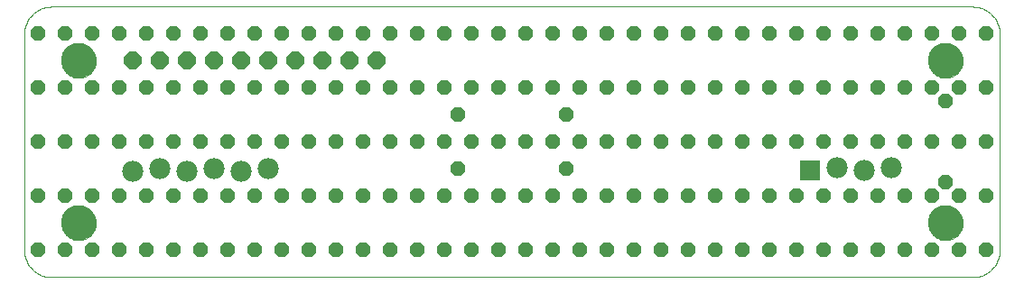
<source format=gts>
G75*
G70*
%OFA0B0*%
%FSLAX24Y24*%
%IPPOS*%
%LPD*%
%AMOC8*
5,1,8,0,0,1.08239X$1,22.5*
%
%ADD10C,0.0000*%
%ADD11C,0.1300*%
%ADD12OC8,0.0560*%
%ADD13OC8,0.0640*%
%ADD14R,0.0780X0.0780*%
%ADD15C,0.0780*%
D10*
X001811Y000100D02*
X035811Y000100D01*
X035871Y000102D01*
X035932Y000107D01*
X035991Y000116D01*
X036050Y000129D01*
X036109Y000145D01*
X036166Y000165D01*
X036221Y000188D01*
X036276Y000215D01*
X036328Y000244D01*
X036379Y000277D01*
X036428Y000313D01*
X036474Y000351D01*
X036518Y000393D01*
X036560Y000437D01*
X036598Y000483D01*
X036634Y000532D01*
X036667Y000583D01*
X036696Y000635D01*
X036723Y000690D01*
X036746Y000745D01*
X036766Y000802D01*
X036782Y000861D01*
X036795Y000920D01*
X036804Y000979D01*
X036809Y001040D01*
X036811Y001100D01*
X036811Y009100D01*
X036809Y009160D01*
X036804Y009221D01*
X036795Y009280D01*
X036782Y009339D01*
X036766Y009398D01*
X036746Y009455D01*
X036723Y009510D01*
X036696Y009565D01*
X036667Y009617D01*
X036634Y009668D01*
X036598Y009717D01*
X036560Y009763D01*
X036518Y009807D01*
X036474Y009849D01*
X036428Y009887D01*
X036379Y009923D01*
X036328Y009956D01*
X036276Y009985D01*
X036221Y010012D01*
X036166Y010035D01*
X036109Y010055D01*
X036050Y010071D01*
X035991Y010084D01*
X035932Y010093D01*
X035871Y010098D01*
X035811Y010100D01*
X001811Y010100D01*
X001751Y010098D01*
X001690Y010093D01*
X001631Y010084D01*
X001572Y010071D01*
X001513Y010055D01*
X001456Y010035D01*
X001401Y010012D01*
X001346Y009985D01*
X001294Y009956D01*
X001243Y009923D01*
X001194Y009887D01*
X001148Y009849D01*
X001104Y009807D01*
X001062Y009763D01*
X001024Y009717D01*
X000988Y009668D01*
X000955Y009617D01*
X000926Y009565D01*
X000899Y009510D01*
X000876Y009455D01*
X000856Y009398D01*
X000840Y009339D01*
X000827Y009280D01*
X000818Y009221D01*
X000813Y009160D01*
X000811Y009100D01*
X000811Y001100D01*
X000813Y001040D01*
X000818Y000979D01*
X000827Y000920D01*
X000840Y000861D01*
X000856Y000802D01*
X000876Y000745D01*
X000899Y000690D01*
X000926Y000635D01*
X000955Y000583D01*
X000988Y000532D01*
X001024Y000483D01*
X001062Y000437D01*
X001104Y000393D01*
X001148Y000351D01*
X001194Y000313D01*
X001243Y000277D01*
X001294Y000244D01*
X001346Y000215D01*
X001401Y000188D01*
X001456Y000165D01*
X001513Y000145D01*
X001572Y000129D01*
X001631Y000116D01*
X001690Y000107D01*
X001751Y000102D01*
X001811Y000100D01*
X002181Y002100D02*
X002183Y002150D01*
X002189Y002200D01*
X002199Y002249D01*
X002213Y002297D01*
X002230Y002344D01*
X002251Y002389D01*
X002276Y002433D01*
X002304Y002474D01*
X002336Y002513D01*
X002370Y002550D01*
X002407Y002584D01*
X002447Y002614D01*
X002489Y002641D01*
X002533Y002665D01*
X002579Y002686D01*
X002626Y002702D01*
X002674Y002715D01*
X002724Y002724D01*
X002773Y002729D01*
X002824Y002730D01*
X002874Y002727D01*
X002923Y002720D01*
X002972Y002709D01*
X003020Y002694D01*
X003066Y002676D01*
X003111Y002654D01*
X003154Y002628D01*
X003195Y002599D01*
X003234Y002567D01*
X003270Y002532D01*
X003302Y002494D01*
X003332Y002454D01*
X003359Y002411D01*
X003382Y002367D01*
X003401Y002321D01*
X003417Y002273D01*
X003429Y002224D01*
X003437Y002175D01*
X003441Y002125D01*
X003441Y002075D01*
X003437Y002025D01*
X003429Y001976D01*
X003417Y001927D01*
X003401Y001879D01*
X003382Y001833D01*
X003359Y001789D01*
X003332Y001746D01*
X003302Y001706D01*
X003270Y001668D01*
X003234Y001633D01*
X003195Y001601D01*
X003154Y001572D01*
X003111Y001546D01*
X003066Y001524D01*
X003020Y001506D01*
X002972Y001491D01*
X002923Y001480D01*
X002874Y001473D01*
X002824Y001470D01*
X002773Y001471D01*
X002724Y001476D01*
X002674Y001485D01*
X002626Y001498D01*
X002579Y001514D01*
X002533Y001535D01*
X002489Y001559D01*
X002447Y001586D01*
X002407Y001616D01*
X002370Y001650D01*
X002336Y001687D01*
X002304Y001726D01*
X002276Y001767D01*
X002251Y001811D01*
X002230Y001856D01*
X002213Y001903D01*
X002199Y001951D01*
X002189Y002000D01*
X002183Y002050D01*
X002181Y002100D01*
X002181Y008100D02*
X002183Y008150D01*
X002189Y008200D01*
X002199Y008249D01*
X002213Y008297D01*
X002230Y008344D01*
X002251Y008389D01*
X002276Y008433D01*
X002304Y008474D01*
X002336Y008513D01*
X002370Y008550D01*
X002407Y008584D01*
X002447Y008614D01*
X002489Y008641D01*
X002533Y008665D01*
X002579Y008686D01*
X002626Y008702D01*
X002674Y008715D01*
X002724Y008724D01*
X002773Y008729D01*
X002824Y008730D01*
X002874Y008727D01*
X002923Y008720D01*
X002972Y008709D01*
X003020Y008694D01*
X003066Y008676D01*
X003111Y008654D01*
X003154Y008628D01*
X003195Y008599D01*
X003234Y008567D01*
X003270Y008532D01*
X003302Y008494D01*
X003332Y008454D01*
X003359Y008411D01*
X003382Y008367D01*
X003401Y008321D01*
X003417Y008273D01*
X003429Y008224D01*
X003437Y008175D01*
X003441Y008125D01*
X003441Y008075D01*
X003437Y008025D01*
X003429Y007976D01*
X003417Y007927D01*
X003401Y007879D01*
X003382Y007833D01*
X003359Y007789D01*
X003332Y007746D01*
X003302Y007706D01*
X003270Y007668D01*
X003234Y007633D01*
X003195Y007601D01*
X003154Y007572D01*
X003111Y007546D01*
X003066Y007524D01*
X003020Y007506D01*
X002972Y007491D01*
X002923Y007480D01*
X002874Y007473D01*
X002824Y007470D01*
X002773Y007471D01*
X002724Y007476D01*
X002674Y007485D01*
X002626Y007498D01*
X002579Y007514D01*
X002533Y007535D01*
X002489Y007559D01*
X002447Y007586D01*
X002407Y007616D01*
X002370Y007650D01*
X002336Y007687D01*
X002304Y007726D01*
X002276Y007767D01*
X002251Y007811D01*
X002230Y007856D01*
X002213Y007903D01*
X002199Y007951D01*
X002189Y008000D01*
X002183Y008050D01*
X002181Y008100D01*
X034181Y008100D02*
X034183Y008150D01*
X034189Y008200D01*
X034199Y008249D01*
X034213Y008297D01*
X034230Y008344D01*
X034251Y008389D01*
X034276Y008433D01*
X034304Y008474D01*
X034336Y008513D01*
X034370Y008550D01*
X034407Y008584D01*
X034447Y008614D01*
X034489Y008641D01*
X034533Y008665D01*
X034579Y008686D01*
X034626Y008702D01*
X034674Y008715D01*
X034724Y008724D01*
X034773Y008729D01*
X034824Y008730D01*
X034874Y008727D01*
X034923Y008720D01*
X034972Y008709D01*
X035020Y008694D01*
X035066Y008676D01*
X035111Y008654D01*
X035154Y008628D01*
X035195Y008599D01*
X035234Y008567D01*
X035270Y008532D01*
X035302Y008494D01*
X035332Y008454D01*
X035359Y008411D01*
X035382Y008367D01*
X035401Y008321D01*
X035417Y008273D01*
X035429Y008224D01*
X035437Y008175D01*
X035441Y008125D01*
X035441Y008075D01*
X035437Y008025D01*
X035429Y007976D01*
X035417Y007927D01*
X035401Y007879D01*
X035382Y007833D01*
X035359Y007789D01*
X035332Y007746D01*
X035302Y007706D01*
X035270Y007668D01*
X035234Y007633D01*
X035195Y007601D01*
X035154Y007572D01*
X035111Y007546D01*
X035066Y007524D01*
X035020Y007506D01*
X034972Y007491D01*
X034923Y007480D01*
X034874Y007473D01*
X034824Y007470D01*
X034773Y007471D01*
X034724Y007476D01*
X034674Y007485D01*
X034626Y007498D01*
X034579Y007514D01*
X034533Y007535D01*
X034489Y007559D01*
X034447Y007586D01*
X034407Y007616D01*
X034370Y007650D01*
X034336Y007687D01*
X034304Y007726D01*
X034276Y007767D01*
X034251Y007811D01*
X034230Y007856D01*
X034213Y007903D01*
X034199Y007951D01*
X034189Y008000D01*
X034183Y008050D01*
X034181Y008100D01*
X034181Y002100D02*
X034183Y002150D01*
X034189Y002200D01*
X034199Y002249D01*
X034213Y002297D01*
X034230Y002344D01*
X034251Y002389D01*
X034276Y002433D01*
X034304Y002474D01*
X034336Y002513D01*
X034370Y002550D01*
X034407Y002584D01*
X034447Y002614D01*
X034489Y002641D01*
X034533Y002665D01*
X034579Y002686D01*
X034626Y002702D01*
X034674Y002715D01*
X034724Y002724D01*
X034773Y002729D01*
X034824Y002730D01*
X034874Y002727D01*
X034923Y002720D01*
X034972Y002709D01*
X035020Y002694D01*
X035066Y002676D01*
X035111Y002654D01*
X035154Y002628D01*
X035195Y002599D01*
X035234Y002567D01*
X035270Y002532D01*
X035302Y002494D01*
X035332Y002454D01*
X035359Y002411D01*
X035382Y002367D01*
X035401Y002321D01*
X035417Y002273D01*
X035429Y002224D01*
X035437Y002175D01*
X035441Y002125D01*
X035441Y002075D01*
X035437Y002025D01*
X035429Y001976D01*
X035417Y001927D01*
X035401Y001879D01*
X035382Y001833D01*
X035359Y001789D01*
X035332Y001746D01*
X035302Y001706D01*
X035270Y001668D01*
X035234Y001633D01*
X035195Y001601D01*
X035154Y001572D01*
X035111Y001546D01*
X035066Y001524D01*
X035020Y001506D01*
X034972Y001491D01*
X034923Y001480D01*
X034874Y001473D01*
X034824Y001470D01*
X034773Y001471D01*
X034724Y001476D01*
X034674Y001485D01*
X034626Y001498D01*
X034579Y001514D01*
X034533Y001535D01*
X034489Y001559D01*
X034447Y001586D01*
X034407Y001616D01*
X034370Y001650D01*
X034336Y001687D01*
X034304Y001726D01*
X034276Y001767D01*
X034251Y001811D01*
X034230Y001856D01*
X034213Y001903D01*
X034199Y001951D01*
X034189Y002000D01*
X034183Y002050D01*
X034181Y002100D01*
D11*
X034811Y002100D03*
X034811Y008100D03*
X002811Y008100D03*
X002811Y002100D03*
D12*
X003311Y001100D03*
X002311Y001100D03*
X001311Y001100D03*
X004311Y001100D03*
X005311Y001100D03*
X006311Y001100D03*
X007311Y001100D03*
X008311Y001100D03*
X009311Y001100D03*
X010311Y001100D03*
X011311Y001100D03*
X012311Y001100D03*
X013311Y001100D03*
X014311Y001100D03*
X015311Y001100D03*
X016311Y001100D03*
X017311Y001100D03*
X018311Y001100D03*
X019311Y001100D03*
X020311Y001100D03*
X021311Y001100D03*
X022311Y001100D03*
X023311Y001100D03*
X024311Y001100D03*
X025311Y001100D03*
X026311Y001100D03*
X027311Y001100D03*
X028311Y001100D03*
X029311Y001100D03*
X030311Y001100D03*
X031311Y001100D03*
X032311Y001100D03*
X033311Y001100D03*
X034311Y001100D03*
X035311Y001100D03*
X036311Y001100D03*
X036311Y003100D03*
X035311Y003100D03*
X034311Y003100D03*
X033311Y003100D03*
X032311Y003100D03*
X031311Y003100D03*
X030311Y003100D03*
X029311Y003100D03*
X028311Y003100D03*
X027311Y003100D03*
X026311Y003100D03*
X025311Y003100D03*
X024311Y003100D03*
X023311Y003100D03*
X022311Y003100D03*
X021311Y003100D03*
X020311Y003100D03*
X019311Y003100D03*
X018311Y003100D03*
X017311Y003100D03*
X016311Y003100D03*
X015311Y003100D03*
X014311Y003100D03*
X013311Y003100D03*
X012311Y003100D03*
X011311Y003100D03*
X010311Y003100D03*
X009311Y003100D03*
X008311Y003100D03*
X007311Y003100D03*
X006311Y003100D03*
X005311Y003100D03*
X004311Y003100D03*
X003311Y003100D03*
X002311Y003100D03*
X001311Y003100D03*
X001311Y005100D03*
X002311Y005100D03*
X003311Y005100D03*
X004311Y005100D03*
X005311Y005100D03*
X006311Y005100D03*
X007311Y005100D03*
X008311Y005100D03*
X009311Y005100D03*
X010311Y005100D03*
X011311Y005100D03*
X012311Y005100D03*
X013311Y005100D03*
X014311Y005100D03*
X015311Y005100D03*
X016311Y005100D03*
X017311Y005100D03*
X018311Y005100D03*
X019311Y005100D03*
X020311Y005100D03*
X021311Y005100D03*
X022311Y005100D03*
X023311Y005100D03*
X024311Y005100D03*
X025311Y005100D03*
X026311Y005100D03*
X027311Y005100D03*
X028311Y005100D03*
X029311Y005100D03*
X030311Y005100D03*
X031311Y005100D03*
X032311Y005100D03*
X033311Y005100D03*
X034311Y005100D03*
X035311Y005100D03*
X036311Y005100D03*
X034811Y006600D03*
X035311Y007100D03*
X036311Y007100D03*
X034311Y007100D03*
X033311Y007100D03*
X032311Y007100D03*
X031311Y007100D03*
X030311Y007100D03*
X029311Y007100D03*
X028311Y007100D03*
X027311Y007100D03*
X026311Y007100D03*
X025311Y007100D03*
X024311Y007100D03*
X023311Y007100D03*
X022311Y007100D03*
X021311Y007100D03*
X020311Y007100D03*
X019311Y007100D03*
X018311Y007100D03*
X017311Y007100D03*
X016311Y007100D03*
X015311Y007100D03*
X014311Y007100D03*
X013311Y007100D03*
X012311Y007100D03*
X011311Y007100D03*
X010311Y007100D03*
X009311Y007100D03*
X008311Y007100D03*
X007311Y007100D03*
X006311Y007100D03*
X005311Y007100D03*
X004311Y007100D03*
X003311Y007100D03*
X002311Y007100D03*
X001311Y007100D03*
X001311Y009100D03*
X002311Y009100D03*
X003311Y009100D03*
X004311Y009100D03*
X005311Y009100D03*
X006311Y009100D03*
X007311Y009100D03*
X008311Y009100D03*
X009311Y009100D03*
X010311Y009100D03*
X011311Y009100D03*
X012311Y009100D03*
X013311Y009100D03*
X014311Y009100D03*
X015311Y009100D03*
X016311Y009100D03*
X017311Y009100D03*
X018311Y009100D03*
X019311Y009100D03*
X020311Y009100D03*
X021311Y009100D03*
X022311Y009100D03*
X023311Y009100D03*
X024311Y009100D03*
X025311Y009100D03*
X026311Y009100D03*
X027311Y009100D03*
X028311Y009100D03*
X029311Y009100D03*
X030311Y009100D03*
X031311Y009100D03*
X032311Y009100D03*
X033311Y009100D03*
X034311Y009100D03*
X035311Y009100D03*
X036311Y009100D03*
X020811Y006100D03*
X016811Y006100D03*
X016811Y004100D03*
X020811Y004100D03*
X034811Y003600D03*
D13*
X013811Y008100D03*
X012811Y008100D03*
X011811Y008100D03*
X010811Y008100D03*
X009811Y008100D03*
X008811Y008100D03*
X007811Y008100D03*
X006811Y008100D03*
X005811Y008100D03*
X004811Y008100D03*
D14*
X029811Y004050D03*
D15*
X030811Y004150D03*
X031811Y004050D03*
X032811Y004150D03*
X009811Y004100D03*
X008811Y004000D03*
X007811Y004100D03*
X006811Y004000D03*
X005811Y004100D03*
X004811Y004000D03*
M02*

</source>
